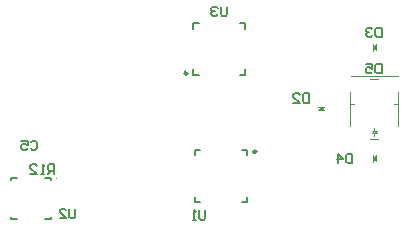
<source format=gbo>
G04*
G04 #@! TF.GenerationSoftware,Altium Limited,Altium Designer,19.0.14 (431)*
G04*
G04 Layer_Color=32896*
%FSLAX44Y44*%
%MOMM*%
G71*
G01*
G75*
%ADD10C,0.1000*%
%ADD12C,0.2000*%
%ADD13C,0.2500*%
%ADD15C,0.1500*%
D10*
X49920Y44080D02*
G03*
X49920Y44080I-500J0D01*
G01*
X298481Y88322D02*
Y117392D01*
X315381Y77812D02*
X322431D01*
X339461Y88492D02*
Y117672D01*
X315501Y128562D02*
X322401D01*
X298541Y106952D02*
X301841D01*
X335941D02*
X339441D01*
X319141Y84252D02*
Y86952D01*
Y79852D02*
Y82252D01*
X317141D02*
X319141Y84252D01*
X321141Y82252D01*
X317141Y84252D02*
X321141D01*
X317141Y82252D02*
X321141D01*
X298941Y130952D02*
X338941D01*
X317670Y58250D02*
Y63500D01*
X320210Y58460D02*
Y63540D01*
X317670Y61000D02*
X320210Y58460D01*
X317670Y61000D02*
X320210D01*
X317670D02*
X320210Y63540D01*
X318940Y59730D02*
Y62270D01*
X319440Y59270D02*
Y62770D01*
X317871Y152250D02*
Y157500D01*
X320411Y152460D02*
Y157540D01*
X317871Y155000D02*
X320411Y152460D01*
X317871Y155000D02*
X320411D01*
X317871D02*
X320411Y157540D01*
X319141Y153730D02*
Y156270D01*
X319641Y153270D02*
Y156770D01*
X271250Y104570D02*
X276500D01*
X271460Y102030D02*
X276540D01*
X271460D02*
X274000Y104570D01*
Y102030D02*
Y104570D01*
X276540Y102030D01*
X272730Y103300D02*
X275270D01*
X272270Y102800D02*
X275770D01*
D12*
X211350Y64080D02*
Y68330D01*
X207100D02*
X211350D01*
X167350D02*
X171600D01*
X167350Y64080D02*
Y68330D01*
Y24330D02*
Y28580D01*
Y24330D02*
X171600D01*
X211350D02*
Y28580D01*
X207100Y24330D02*
X211350D01*
X165960Y131670D02*
Y136670D01*
Y131670D02*
X170960D01*
X204960D02*
X209960D01*
Y136670D01*
Y170670D02*
Y175670D01*
X204960D02*
X209960D01*
X165960Y170670D02*
Y175670D01*
X170960D01*
X11420Y10080D02*
X16970D01*
X39870D02*
X45420D01*
X11420Y44080D02*
X16970D01*
X39870D02*
X45420D01*
X11420Y10080D02*
Y11830D01*
Y42330D02*
Y44080D01*
X45420Y10080D02*
Y11830D01*
Y42330D02*
Y44080D01*
D13*
X219100Y66830D02*
G03*
X219100Y66830I-1250J0D01*
G01*
X160710Y133170D02*
G03*
X160710Y133170I-1250J0D01*
G01*
D15*
X325210Y141107D02*
Y133110D01*
X321212D01*
X319879Y134442D01*
Y139774D01*
X321212Y141107D01*
X325210D01*
X311881D02*
X317213D01*
Y137108D01*
X314547Y138441D01*
X313214D01*
X311881Y137108D01*
Y134442D01*
X313214Y133110D01*
X315880D01*
X317213Y134442D01*
X194460Y189607D02*
Y182943D01*
X193127Y181610D01*
X190461D01*
X189128Y182943D01*
Y189607D01*
X186463Y188274D02*
X185130Y189607D01*
X182464D01*
X181131Y188274D01*
Y186942D01*
X182464Y185609D01*
X183797D01*
X182464D01*
X181131Y184276D01*
Y182943D01*
X182464Y181610D01*
X185130D01*
X186463Y182943D01*
X263920Y116038D02*
Y108040D01*
X259921D01*
X258588Y109373D01*
Y114705D01*
X259921Y116038D01*
X263920D01*
X250591Y108040D02*
X255923D01*
X250591Y113372D01*
Y114705D01*
X251924Y116038D01*
X254590D01*
X255923Y114705D01*
X325410Y171807D02*
Y163810D01*
X321412D01*
X320079Y165143D01*
Y170474D01*
X321412Y171807D01*
X325410D01*
X317413Y170474D02*
X316080Y171807D01*
X313414D01*
X312081Y170474D01*
Y169142D01*
X313414Y167809D01*
X314747D01*
X313414D01*
X312081Y166476D01*
Y165143D01*
X313414Y163810D01*
X316080D01*
X317413Y165143D01*
X300582Y64927D02*
Y56930D01*
X296583D01*
X295250Y58263D01*
Y63594D01*
X296583Y64927D01*
X300582D01*
X288586Y56930D02*
Y64927D01*
X292584Y60929D01*
X287253D01*
X66040Y18497D02*
Y11833D01*
X64707Y10500D01*
X62041D01*
X60708Y11833D01*
Y18497D01*
X52711Y10500D02*
X58043D01*
X52711Y15832D01*
Y17164D01*
X54044Y18497D01*
X56710D01*
X58043Y17164D01*
X176070Y17108D02*
Y10444D01*
X174737Y9111D01*
X172071D01*
X170738Y10444D01*
Y17108D01*
X168073Y9111D02*
X165407D01*
X166740D01*
Y17108D01*
X168073Y15775D01*
X47780Y48000D02*
Y55998D01*
X43781D01*
X42448Y54665D01*
Y51999D01*
X43781Y50666D01*
X47780D01*
X45114D02*
X42448Y48000D01*
X39783D02*
X37117D01*
X38450D01*
Y55998D01*
X39783Y54665D01*
X27786Y48000D02*
X33118D01*
X27786Y53332D01*
Y54665D01*
X29119Y55998D01*
X31785D01*
X33118Y54665D01*
X28219Y74805D02*
X29551Y76137D01*
X32217D01*
X33550Y74805D01*
Y69473D01*
X32217Y68140D01*
X29551D01*
X28219Y69473D01*
X20221Y76137D02*
X25553D01*
Y72139D01*
X22887Y73472D01*
X21554D01*
X20221Y72139D01*
Y69473D01*
X21554Y68140D01*
X24220D01*
X25553Y69473D01*
M02*

</source>
